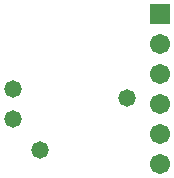
<source format=gbs>
G04 Layer_Color=16711935*
%FSLAX25Y25*%
%MOIN*%
G70*
G01*
G75*
%ADD18R,0.06706X0.06706*%
%ADD19C,0.06706*%
%ADD20C,0.05800*%
D18*
X58000Y59500D02*
D03*
D19*
Y49500D02*
D03*
Y39500D02*
D03*
Y29500D02*
D03*
Y19500D02*
D03*
Y9500D02*
D03*
D20*
X47000Y31500D02*
D03*
X18000Y14000D02*
D03*
X9000Y24500D02*
D03*
Y34500D02*
D03*
M02*

</source>
